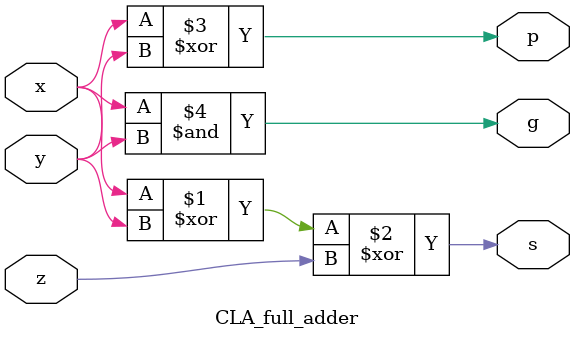
<source format=sv>
module CLA_full_adder(
    input logic x, y, z,
    output logic s, p, g
    );
assign s = x^y^z;
assign p = x^y;
assign g = x&y;

endmodule

</source>
